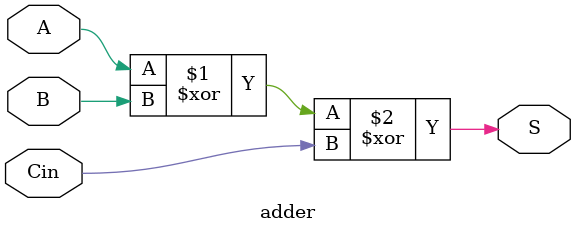
<source format=v>
module adder(A, B, Cin, S);
	input A, B;	// Addends
	input Cin;	// Carry-in bit (also added)
	output S;	// Sum

	assign S = A ^ B ^ Cin;
	// Note there is no carry out bit here. Because this is used in a carry
	// look ahead adder and not a ripple carry adder, this hardware can be
	// spared as it would not be used

endmodule

</source>
